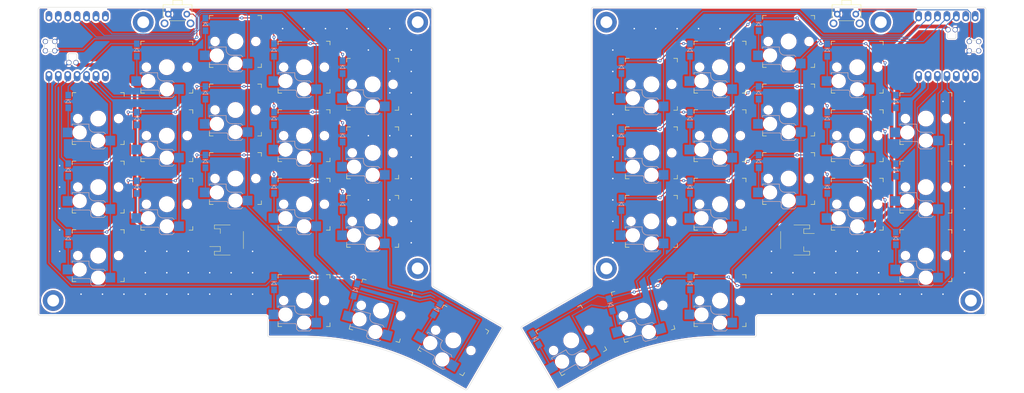
<source format=kicad_pcb>
(kicad_pcb (version 20221018) (generator pcbnew)
  (title_block (title "Karma Wireless Split Ergonomic Keyboard") (date "2023-04-08") (rev "0.2"))
  (layers (0 "F.Cu" signal) (31 "B.Cu" signal) (34 "B.Paste" user) (35 "F.Paste" user) (36 "B.SilkS" user "B.Silkscreen") (37 "F.SilkS" user "F.Silkscreen") (38 "B.Mask" user) (39 "F.Mask" user) (44 "Edge.Cuts" user))
  (net 0 "")
  (net 1 "ROW0_L")
  (net 2 "Net-(DL1-A)")
  (net 3 "Net-(DL2-A)")
  (net 4 "Net-(DL3-A)")
  (net 5 "Net-(DL4-A)")
  (net 6 "Net-(DL5-A)")
  (net 7 "ROW1_L")
  (net 8 "Net-(DL6-A)")
  (net 9 "Net-(DL7-A)")
  (net 10 "Net-(DL8-A)")
  (net 11 "Net-(DL9-A)")
  (net 12 "Net-(DL10-A)")
  (net 13 "ROW2_L")
  (net 14 "Net-(DL11-A)")
  (net 15 "Net-(DL12-A)")
  (net 16 "Net-(DL13-A)")
  (net 17 "Net-(DL14-A)")
  (net 18 "Net-(DL15-A)")
  (net 19 "ROW3_L")
  (net 20 "Net-(DL16-A)")
  (net 21 "Net-(DL17-A)")
  (net 22 "Net-(DL18-A)")
  (net 23 "ROW0_R")
  (net 24 "Net-(DR1-A)")
  (net 25 "Net-(DR2-A)")
  (net 26 "Net-(DR3-A)")
  (net 27 "Net-(DR4-A)")
  (net 28 "Net-(DR5-A)")
  (net 29 "ROW1_R")
  (net 30 "Net-(DR6-A)")
  (net 31 "Net-(DR7-A)")
  (net 32 "Net-(DR8-A)")
  (net 33 "Net-(DR9-A)")
  (net 34 "Net-(DR10-A)")
  (net 35 "ROW2_R")
  (net 36 "Net-(DR11-A)")
  (net 37 "Net-(DR12-A)")
  (net 38 "Net-(DR13-A)")
  (net 39 "Net-(DR14-A)")
  (net 40 "Net-(DR15-A)")
  (net 41 "ROW3_R")
  (net 42 "Net-(DR16-A)")
  (net 43 "Net-(DR17-A)")
  (net 44 "Net-(DR18-A)")
  (net 45 "VBAT_L")
  (net 46 "GND_L")
  (net 47 "VBAT_R")
  (net 48 "GND_R")
  (net 49 "RESET_L")
  (net 50 "RESET_R")
  (net 51 "COL0_L")
  (net 52 "COL1_L")
  (net 53 "COL2_L")
  (net 54 "COL3_L")
  (net 55 "COL4_L")
  (net 56 "COL4_R")
  (net 57 "COL3_R")
  (net 58 "COL2_R")
  (net 59 "COL1_R")
  (net 60 "COL0_R")
  (footprint "karmalib:Kailh_Socket_PG1350_Optional" (layer "F.Cu") (at 211.59375 46.25)
    (fp_text reference "SWR2")
    (fp_text value "SW_Push_45deg")
  )
  (footprint "MountingHole:MountingHole_3.2mm_M3_DIN965_Pad" (layer "F.Cu") (at 279.234375 109.265625)
    (fp_text reference "REF**" hide)
    (fp_text value "MountingHole_3.2mm_M3_DIN965_Pad")
  )
  (footprint "karmalib:Kailh_Socket_PG1350_Optional" (layer "F.Cu") (at 267.09375 78.625)
    (fp_text reference "SWR10")
    (fp_text value "SW_Push_45deg")
  )
  (footprint "karmalib:Kailh_Socket_PG1350_Optional" (layer "F.Cu") (at 117.9375 50.875)
    (fp_text reference "SWL5")
    (fp_text value "SW_Push_45deg")
  )
  (footprint "karmalib:Kailh_Socket_PG1350_Optional" (layer "F.Cu") (at 211.59375 64.75)
    (fp_text reference "SWR7")
    (fp_text value "SW_Push_45deg")
  )
  (footprint "MountingHole:MountingHole_3.2mm_M3_DIN965_Pad" (layer "F.Cu") (at 31.796875 109.265625)
    (fp_text reference "REF**" hide)
    (fp_text value "MountingHole_3.2mm_M3_DIN965_Pad")
  )
  (footprint "MountingHole:MountingHole_3.2mm_M3_DIN965_Pad" (layer "F.Cu") (at 180.953125 34.109375)
    (fp_text reference "REF**" hide)
    (fp_text value "MountingHole_3.2mm_M3_DIN965_Pad")
  )
  (footprint "karmalib:Kailh_Socket_PG1350_Optional" (layer "F.Cu") (at 80.9375 76.3125)
    (fp_text reference "SWL13")
    (fp_text value "SW_Push_45deg")
  )
  (footprint "karmalib:Kailh_Socket_PG1350_Optional" (layer "F.Cu") (at 211.59375 109.266)
    (fp_text reference "SWR18")
    (fp_text value "SW_Push_45deg")
  )
  (footprint "karmalib:Kailh_Socket_PG1350_Optional" (layer "F.Cu") (at 248.59375 46.25)
    (fp_text reference "SWR4")
    (fp_text value "SW_Push_45deg")
  )
  (footprint "MountingHole:MountingHole_3.2mm_M3_DIN965_Pad" (layer "F.Cu") (at 130.078125 100.59375)
    (fp_text reference "REF**" hide)
    (fp_text value "MountingHole_3.2mm_M3_DIN965_Pad")
  )
  (footprint "karmalib:Kailh_Socket_PG1350_Optional" (layer "F.Cu") (at 99.4375 64.75)
    (fp_text reference "SWL9")
    (fp_text value "SW_Push_45deg")
  )
  (footprint "karmalib:Kailh_Socket_PG1350_Optional" (layer "F.Cu") (at 193.09375 69.375)
    (fp_text reference "SWR6")
    (fp_text value "SW_Push_45deg")
  )
  (footprint "karmalib:Kailh_Socket_PG1350_Optional" (layer "F.Cu") (at 230.09375 76.3125)
    (fp_text reference "SWR13")
    (fp_text value "SW_Push_45deg")
  )
  (footprint "karmalib:Kailh_Socket_PG1350_Optional" (layer "F.Cu") (at 139.6805 120.001625 -30)
    (fp_text reference "SWL18")
    (fp_text value "SW_Push_45deg")
  )
  (footprint "karmalib:Kailh_Socket_PG1350_Optional" (layer "F.Cu") (at 248.59375 64.75)
    (fp_text reference "SWR9")
    (fp_text value "SW_Push_45deg")
  )
  (footprint "karmalib:Kailh_Socket_PG1350_Optional" (layer "F.Cu") (at 190.845625 111.9825 15)
    (fp_text reference "SWR17")
    (fp_text value "SW_Push_45deg")
  )
  (footprint "karmalib:Kailh_Socket_PG1350_Optional" (layer "F.Cu") (at 43.9375 60.125)
    (fp_text reference "SWL1")
    (fp_text value "SW_Push_45deg")
  )
  (footprint "karmalib:Kailh_Socket_PG1350_Optional" (layer "F.Cu") (at 120.1855 111.981625 -15)
    (fp_text reference "SWL17")
    (fp_text value "SW_Push_45deg")
  )
  (footprint "karmalib:Kailh_Socket_PG1350_Optional" (layer "F.Cu") (at 62.4375 64.75)
    (fp_text reference "SWL7")
    (fp_text value "SW_Push_45deg")
  )
  (footprint "karmalib:Kailh_Socket_PG1350_Optional" (layer "F.Cu") (at 117.9375 87.875)
    (fp_text reference "SWL15")
    (fp_text value "SW_Push_45deg")
  )
  (footprint "Connector_JST:JST_PH_S2B-PH-SM4-TB_1x02-1MP_P2.00mm_Horizontal" (layer "F.Cu") (at 78.584375 92.921875 90)
    (fp_text reference "J1" hide)
    (fp_text value "BAT")
  )
  (footprint "karmalib:Kailh_Socket_PG1350_Optional" (layer "F.Cu") (at 99.4375 46.25)
    (fp_text reference "SWL4")
    (fp_text value "SW_Push_45deg")
  )
  (footprint "karmalib:Kailh_Socket_PG1350_Optional" (layer "F.Cu") (at 99.4375 83.25)
    (fp_text reference "SWL14")
    (fp_text value "SW_Push_45deg")
  )
  (footprint "karmalib:Kailh_Socket_PG1350_Optional" (layer "F.Cu") (at 80.9375 57.8125)
    (fp_text reference "SWL8")
    (fp_text value "SW_Push_45deg")
  )
  (footprint "karmalib:Kailh_Socket_PG1350_Optional" (layer "F.Cu") (at 117.9375 69.375)
    (fp_text reference "SWL10")
    (fp_text value "SW_Push_45deg")
  )
  (footprint "karmalib:Kailh_Socket_PG1350_Optional" (layer "F.Cu") (at 211.59375 83.25)
    (fp_text reference "SWR12")
    (fp_text value "SW_Push_45deg")
  )
  (footprint "karmalib:Kailh_Socket_PG1350_Optional" (layer "F.Cu") (at 43.9375 97.125)
    (fp_text reference "SWL11")
    (fp_text value "SW_Push_45deg")
  )
  (footprint "karmalib:SKHLLCA010" (layer "F.Cu") (at 245.703125 33.17725)
    (fp_text reference "RSW2" hide)
    (fp_text value "SW_Push")
  )
  (footprint "karmalib:Kailh_Socket_PG1350_Optional" (layer "F.Cu") (at 80.9375 39.3125)
    (fp_text reference "SWL3")
    (fp_text value "SW_Push_45deg")
  )
  (footprint "karmalib:Kailh_Socket_PG1350_Optional" (layer "F.Cu") (at 43.9375 78.625)
    (fp_text reference "SWL6")
    (fp_text value "SW_Push_45deg")
  )
  (footprint "karmalib:Kailh_Socket_PG1350_Optional" (layer "F.Cu") (at 230.09375 57.8125)
    (fp_text reference "SWR8")
    (fp_text value "SW_Push_45deg")
  )
  (footprint "karmalib:SKHLLCA010" (layer "F.Cu") (at 65.328125 33.176875)
    (fp_text reference "RSW1" hide)
    (fp_text value "SW_Push")
  )
  (footprint "karmalib:Kailh_Socket_PG1350_Optional" (layer "F.Cu") (at 267.09375 60.125)
    (fp_text reference "SWR5")
    (fp_text value "SW_Push_45deg")
  )
  (footprint "MountingHole:MountingHole_3.2mm_M3_DIN965_Pad" (layer "F.Cu") (at 254.953125 34.109375)
    (fp_text reference "REF**" hide)
    (fp_text value "MountingHole_3.2mm_M3_DIN965_Pad")
  )
  (footprint "Connector_JST:JST_PH_S2B-PH-SM4-TB_1x02-1MP_P2.00mm_Horizontal" (layer "F.Cu") (at 232.446875 92.921875 -90)
    (fp_text reference "J2" hide)
    (fp_text value "BAT")
  )
  (footprint "karmalib:XIAO_nRF52840_SMD_Cutout" (layer "F.Cu") (at 38.260625 40.573125 90)
    (fp_text reference "U1" hide)
    (fp_text value "xiao-ble" hide)
    (fp_line (start -4.699 -0.7488) (end -4.699 -1.7902) (stroke (width 0.12)) (layer "Edge.Cuts"))
    (fp_line (start -4.0132 -2.476) (end -2.413 -2.476) (stroke (width 0.12)) (layer "Edge.Cuts"))
    (fp_line (start -2.413 -0.063) (end -4.0132 -0.063) (stroke (width 0.12)) (layer "Edge.Cuts"))
    (fp_line (start -2.032 -2.095) (end -2.032 -0.444) (stroke (width 0.12)) (layer "Edge.Cuts"))
    (fp_line (start -1.524 -6.4638) (end -1.524 -8.1402) (stroke (width 0.12)) (layer "Edge.Cuts"))
    (fp_line (start -0.8382 -8.826) (end 0.8382 -8.826) (stroke (width 0.12)) (layer "Edge.Cuts"))
    (fp_line (start -0.8382 -5.778) (end 0.8382 -5.778) (stroke (width 0.12)) (layer "Edge.Cuts"))
    (fp_line (start 1.524 -6.4638) (end 1.524 -8.1402) (stroke (width 0.12)) (layer "Edge.Cuts"))
    (fp_arc (start -4.699 -0.7488) (mid -4.095391 -0.666609) (end -4.0132 -0.063) (stroke (width 0.12)) (layer "Edge.Cuts"))
    (fp_arc (start -4.0132 -2.476) (mid -4.095391 -1.872391) (end -4.699 -1.7902) (stroke (width 0.12)) (layer "Edge.Cuts"))
    (fp_arc (start -2.413 -2.476) (mid -2.143592 -2.364408) (end -2.032 -2.095) (stroke (width 0.12)) (layer "Edge.Cuts"))
    (fp_arc (start -2.032 -0.444) (mid -2.143592 -0.174592) (end -2.413 -0.063) (stroke (width 0.12)) (layer "Edge.Cuts"))
    (fp_arc (start -1.524 -6.4638) (mid -0.920391 -6.381609) (end -0.8382 -5.778) (stroke (width 0.12)) (layer "Edge.Cuts"))
    (fp_arc (start -0.8382 -8.826) (mid -0.920391 -8.222391) (end -1.524 -8.1402) (stroke (width 0.12)) (layer "Edge.Cuts"))
    (fp_arc (start 0.8382 -5.778) (mid 0.920391 -6.381609) (end 1.524 -6.4638) (stroke (width 0.12)) (layer "Edge.Cuts"))
    (fp_arc (start 1.524 -8.1402) (mid 0.920393 -8.222393) (end 0.8382 -8.826) (stroke (width 0.12)) (layer "Edge.Cuts"))
  )
  (footprint "MountingHole:MountingHole_3.2mm_M3_DIN965_Pad" (layer "F.Cu") (at 180.953125 100.59375)
    (fp_text reference "REF**" hide)
    (fp_text value "MountingHole_3.2mm_M3_DIN965_Pad")
  )
  (footprint "MountingHole:MountingHole_3.2mm_M3_DIN965_Pad" (layer "F.Cu") (at 130.078125 34.109375)
    (fp_text reference "REF**" hide)
    (fp_text value "MountingHole_3.2mm_M3_DIN965_Pad")
  )
  (footprint "karmalib:XIAO_nRF52840_SMD_Cutout" (layer "F.Cu") (at 272.77025 40.5735 -90)
    (fp_text reference "U2" hide)
    (fp_text value "xiao-ble" hide)
    (fp_line (start -4.699 -0.7488) (end -4.699 -1.7902) (stroke (width 0.12)) (layer "Edge.Cuts"))
    (fp_line (start -4.0132 -2.476) (end -2.413 -2.476) (stroke (width 0.12)) (layer "Edge.Cuts"))
    (fp_line (start -2.413 -0.063) (end -4.0132 -0.063) (stroke (width 0.12)) (layer "Edge.Cuts"))
    (fp_line (start -2.032 -2.095) (end -2.032 -0.444) (stroke (width 0.12)) (layer "Edge.Cuts"))
    (fp_line (start -1.524 -6.4638) (end -1.524 -8.1402) (stroke (width 0.12)) (layer "Edge.Cuts"))
    (fp_line (start -0.8382 -8.826) (end 0.8382 -8.826) (stroke (width 0.12)) (layer "Edge.Cuts"))
    (fp_line (start -0.8382 -5.778) (end 0.8382 -5.778) (stroke (width 0.12)) (layer "Edge.Cuts"))
    (fp_line (start 1.524 -6.4638) (end 1.524 -8.1402) (stroke (width 0.12)) (layer "Edge.Cuts"))
    (fp_arc (start -4.699 -0.7488) (mid -4.095391 -0.666609) (end -4.0132 -0.063) (stroke (width 0.12)) (layer "Edge.Cuts"))
    (fp_arc (start -4.0132 -2.476) (mid -4.095391 -1.872391) (end -4.699 -1.7902) (stroke (width 0.12)) (layer "Edge.Cuts"))
    (fp_arc (start -2.413 -2.476) (mid -2.143592 -2.364408) (end -2.032 -2.095) (stroke (width 0.12)) (layer "Edge.Cuts"))
    (fp_arc (start -2.032 -0.444) (mid -2.143592 -0.174592) (end -2.413 -0.063) (stroke (width 0.12)) (layer "Edge.Cuts"))
    (fp_arc (start -1.524 -6.4638) (mid -0.920391 -6.381609) (end -0.8382 -5.778) (stroke (width 0.12)) (layer "Edge.Cuts"))
    (fp_arc (start -0.8382 -8.826) (mid -0.920391 -8.222391) (end -1.524 -8.1402) (stroke (width 0.12)) (layer "Edge.Cuts"))
    (fp_arc (start 0.8382 -5.778) (mid 0.920391 -6.381609) (end 1.524 -6.4638) (stroke (width 0.12)) (layer "Edge.Cuts"))
    (fp_arc (start 1.524 -8.1402) (mid 0.920393 -8.222393) (end 0.8382 -8.826) (stroke (width 0.12)) (layer "Edge.Cuts"))
  )
  (footprint "karmalib:Kailh_Socket_PG1350_Optional" (layer "F.Cu") (at 193.09375 87.875)
    (fp_text reference "SWR11")
    (fp_text value "SW_Push_45deg")
  )
  (footprint "MountingHole:MountingHole_3.2mm_M3_DIN965_Pad" (layer "F.Cu") (at 56.078125 34.109375)
    (fp_text reference "REF**" hide)
    (fp_text value "MountingHole_3.2mm_M3_DIN965_Pad")
  )
  (footprint "karmalib:Kailh_Socket_PG1350_Optional" (layer "F.Cu") (at 62.4375 83.25)
    (fp_text reference "SWL12")
    (fp_text value "SW_Push_45deg")
  )
  (footprint "karmalib:Kailh_Socket_PG1350_Optional" (layer "F.Cu") (at 248.59375 83.25)
    (fp_text reference "SWR14")
    (fp_text value "SW_Push_45deg")
  )
  (footprint "karmalib:Kailh_Socket_PG1350_Optional" (layer "F.Cu") (at 267.09375 97.125)
    (fp_text reference "SWR15")
    (fp_text value "SW_Push_45deg")
  )
  (footprint "karmalib:Kailh_Socket_PG1350_Optional" (layer "F.Cu") (at 171.475625 120.0025 30)
    (fp_text reference "SWR16")
    (fp_text value "SW_Push_45deg")
  )
  (footprint "karmalib:Kailh_Socket_PG1350_Optional" (layer "F.Cu") (at 62.4375 46.25)
    (fp_text reference "SWL2")
    (fp_text value "SW_Push_45deg")
  )
  (footprint "karmalib:Kailh_Socket_PG1350_Optional" (layer "F.Cu") (at 230.09375 39.312)
    (fp_text reference "SWR3")
    (fp_text value "SW_Push_45deg")
  )
  (footprint "karmalib:Kailh_Socket_PG1350_Optional" (layer "F.Cu") (at 193.09375 50.875)
    (fp_text reference "SWR1")
    (fp_text value "SW_Push_45deg")
  )
  (footprint "karmalib:Kailh_Socket_PG1350_Optional" (layer "F.Cu") (at 99.4375 109.265625)
    (fp_text reference "SWL16")
    (fp_text value "SW_Push_45deg")
  )
  (footprint "karmalib:Diode_SOD123" (layer "B.Cu") (at 135.28125 111.578125 -120)
    (fp_text reference "DL18" hide)
    (fp_text value "D_Small" hide)
  )
  (footprint "karmalib:Diode_SOD123" (layer "B.Cu") (at 259 74 -90)
    (fp_text reference "DR10" hide)
    (fp_text value "D_Small" hide)
  )
  (footprint "karmalib:Diode_SOD123" (layer "B.Cu") (at 222 53.1875 -90)
    (fp_text reference "DR8" hide)
    (fp_text value "D_Small" hide)
  )
  (footprint "karmalib:Diode_SOD123" (layer "B.Cu") (at 72.84375 71.6875 -90)
    (fp_text reference "DL13" hide)
    (fp_text value "D_Small" hide)
  )
  (footprint "karmalib:Diode_SOD123" (layer "B.Cu") (at 72.84375 34.6875 -90)
    (fp_text reference "DL3" hide)
    (fp_text value "D_Small" hide)
  )
  (footprint "karmalib:Diode_SOD123" (layer "B.Cu") (at 54.34375 41.625 -90)
    (fp_text reference "DL2" hide)
    (fp_text value "D_Small" hide)
  )
  (footprint "karmalib:Diode_SOD123" (layer "B.Cu") (at 222 34.6875 -90)
    (fp_text reference "DR3" hide)
    (fp_text value "D_Small" hide)
  )
  (footprint "karmalib:Diode_SOD123" (layer "B.Cu") (at 240.5 60.125 -90)
    (fp_text reference "DR9" hide)
    (fp_text value "D_Small" hide)
  )
  (footprint "karmalib:Diode_SOD123" (layer "B.Cu") (at 91.34375 60.125 -90)
    (fp_text reference "DL9" hide)
    (fp_text value "D_Small" hide)
  )
  (footprint "karmalib:Diode_SOD123" (layer "B.Cu") (at 240.5 41.625 -90)
    (fp_text reference "DR4" hide)
    (fp_text value "D_Small" hide)
  )
  (footprint "karmalib:Diode_SOD123" (layer "B.Cu") (at 259 92.5 -90)
    (fp_text reference "DR15" hide)
    (fp_text value "D_Small" hide)
  )
  (footprint "karmalib:Diode_SOD123" (layer "B.Cu") (at 109.84375 46.25 -90)
    (fp_text reference "DL5" hide)
    (fp_text value "D_Small" hide)
  )
  (footprint "karmalib:Diode_SOD123" (layer "B.Cu") (at 35.84375 92.5 -90)
    (fp_text reference "DL11" hide)
    (fp_text value "D_Small" hide)
  )
  (footprint "karmalib:Diode_SOD123" (layer "B.Cu") (at 185 64.75 -90)
    (fp_text reference "DR6" hide)
    (fp_text value "D_Small" hide)
  )
  (footprint "karmalib:Diode_SOD123" (layer "B.Cu") (at 185 83.25 -90)
    (fp_text reference "DR11" hide)
    (fp_text value "D_Small" hide)
  )
  (footprint "karmalib:Diode_SOD123" (layer "B.Cu") (at 259 55.5 -90)
    (fp_text reference "DR5" hide)
    (fp_text value "D_Small" hide)
  )
  (footprint "karmalib:Diode_SOD123" (layer "B.Cu") (at 161.875 119.671875 -60)
    (fp_text reference "DR16" hide)
    (fp_text value "D_Small" hide)
  )
  (footprint "karmalib:Diode_SOD123" (layer "B.Cu") (at 113.3125 106.375 -105)
    (fp_text reference "DL17" hide)
    (fp_text value "D_Small" hide)
  )
  (footprint "karmalib:Diode_SOD123" (layer "B.Cu") (at 91.34375 78.625 -90)
    (fp_text reference "DL14" hide)
    (fp_text value "D_Small" hide)
  )
  (footprint "karmalib:Diode_SOD123" (layer "B.Cu") (at 203.5 104.640625 -90)
    (fp_text reference "DR18" hide)
    (fp_text value "D_Small" hide)
  )
  (footprint "karmalib:Diode_SOD123" (layer "B.Cu") (at 222 71.6875 -90)
    (fp_text reference "DR13" hide)
    (fp_text value "D_Small" hide)
  )
  (footprint "karmalib:Diode_SOD123" (layer "B.Cu") (at 35.84375 55.5 -90)
    (fp_text reference "DL1" hide)
    (fp_text value "D_Small" hide)
  )
  (footprint "karmalib:Diode_SOD123" (layer "B.Cu") (at 203.5 78.625 -90)
    (fp_text reference "DR12" hide)
    (fp_text value "D_Small" hide)
  )
  (footprint "karmalib:Diode_SOD123" (layer "B.Cu") (at 203.5 41.625 -90)
    (fp_text reference "DR2" hide)
    (fp_text value "D_Small" hide)
  )
  (footprint "karmalib:Diode_SOD123" (layer "B.Cu") (at 109.84375 83.25 -90)
    (fp_text reference "DL15" hide)
    (fp_text value "D_Small" hide)
  )
  (footprint "karmalib:Diode_SOD123" (layer "B.Cu") (at 182.109375 110.421875 -75)
    (fp_text reference "DR17" hide)
    (fp_text value "D_Small" hide)
  )
  (footprint "karmalib:Diode_SOD123" (layer "B.Cu") (at 240.5 78.625 -90)
    (fp_text reference "DR14" hide)
    (fp_text value "D_Small" hide)
  )
  (footprint "karmalib:Diode_SOD123" (layer "B.Cu") (at 35.84375 74 -90)
    (fp_text reference "DL6" hide)
    (fp_text value "D_Small" hide)
  )
  (footprint "karmalib:Diode_SOD123" (layer "B.Cu") (at 91.34375 41.625 -90)
    (fp_text reference "DL4" hide)
    (fp_text value "D_Small" hide)
  )
  (footprint "karmalib:Diode_SOD123" (layer "B.Cu") (at 54.34375 60.125 -90)
    (fp_text reference "DL7" hide)
    (fp_text value "D_Small" hide)
  )
  (footprint "karmalib:Diode_SOD123" (layer "B.Cu") (at 109.84375 64.75 -90)
    (fp_text reference "DL10" hide)
    (fp_text value "D_Small" hide)
  )
  (footprint "karmalib:Diode_SOD123" (layer "B.Cu") (at 185 46.25 -90)
    (fp_text reference "DR1" hide)
    (fp_text value "D_Small" hide)
  )
  (footprint "karmalib:Diode_SOD123" (layer "B.Cu") (at 203.5 60.125 -90)
    (fp_text reference "DR7" hide)
    (fp_text value "D_Small" hide)
  )
  (footprint "karmalib:Diode_SOD123" (layer "B.Cu") (at 54.34375 78.625 -90)
    (fp_text reference "DL12" hide)
    (fp_text value "D_Small" hide)
  )
  (footprint "karmalib:Diode_SOD123" (layer "B.Cu") (at 91.34375 104.640625 -90)
    (fp_text reference "DL16" hide)
    (fp_text value "D_Small" hide)
  )
  (footprint "karmalib:Diode_SOD123" (layer "B.Cu") (at 72.84375 53.1875 -90)
    (fp_text reference "DL8" hide)
    (fp_text value "D_Small" hide)
  )
  (gr_arc (start 168.186046 133.31423) (mid 167.808424 133.363484) (end 167.505625 133.1325) (stroke (width 0.1)) (layer "Edge.Cuts"))
  (gr_curve (pts (xy 211.599293 119.092759) (xy 205.319293 119.267677) (xy 201.342961 119.564009) (xy 192.776139 121.7425)) (stroke (width 0.1)) (layer "Edge.Cuts"))
  (gr_arc (start 282.78125 30.0625) (mid 283.134803 30.208947) (end 283.28125 30.5625) (stroke (width 0.1)) (layer "Edge.Cuts"))
  (gr_arc (start 221.421875 118.592759) (mid 221.275501 118.946192) (end 220.922134 119.092759) (stroke (width 0.1)) (layer "Edge.Cuts"))
  (gr_line (start 282.78125 113.3125) (end 221.9275 113.3125) (stroke (width 0.1)) (layer "Edge.Cuts"))
  (gr_line (start 28.25 113.3125) (end 89.10375 113.3125) (stroke (width 0.1)) (layer "Edge.Cuts"))
  (gr_arc (start 143.525625 133.1325) (mid 143.222842 133.363501) (end 142.845204 133.31423) (stroke (width 0.1)) (layer "Edge.Cuts"))
  (gr_arc (start 152.830068 116.201376) (mid 153.063531 116.50617) (end 153.012102 116.886665) (stroke (width 0.1)) (layer "Edge.Cuts"))
  (gr_arc (start 133.625 30.0625) (mid 133.978553 30.208947) (end 134.125 30.5625) (stroke (width 0.1)) (layer "Edge.Cuts"))
  (gr_line (start 27.75 30.5625) (end 27.75 112.8125) (stroke (width 0.1)) (layer "Edge.Cuts"))
  (gr_curve (pts (xy 192.776139 121.7425) (xy 185.354014 123.766332) (xy 180.614014 126.186332) (xy 176.575546 128.521135)) (stroke (width 0.1)) (layer "Edge.Cuts"))
  (gr_line (start 167.505625 133.1325) (end 158.019148 116.886665) (stroke (width 0.1)) (layer "Edge.Cuts"))
  (gr_arc (start 176.90625 30.5625) (mid 177.052697 30.208947) (end 177.40625 30.0625) (stroke (width 0.1)) (layer "Edge.Cuts"))
  (gr_curve (pts (xy 118.255111 121.7425) (xy 125.677236 123.766332) (xy 130.417236 126.186332) (xy 134.455704 128.521135)) (stroke (width 0.1)) (layer "Edge.Cuts"))
  (gr_line (start 89.609375 113.8125) (end 89.609375 118.592759) (stroke (width 0.1)) (layer "Edge.Cuts"))
  (gr_line (start 176.90625 30.5625) (end 176.90625 105.09409) (stroke (width 0.1)) (layer "Edge.Cuts"))
  (gr_line (start 134.455704 128.521135) (end 142.845204 133.31423) (stroke (width 0.1)) (layer "Edge.Cuts"))
  (gr_arc (start 27.75 30.5625) (mid 27.896447 30.208947) (end 28.25 30.0625) (stroke (width 0.1)) (layer "Edge.Cuts"))
  (gr_line (start 90.109116 119.092759) (end 99.431957 119.092759) (stroke (width 0.1)) (layer "Edge.Cuts"))
  (gr_line (start 152.824525 116.201376) (end 134.372504 105.522121) (stroke (width 0.1)) (layer "Edge.Cuts"))
  (gr_line (start 282.78125 30.0625) (end 177.40625 30.0625) (stroke (width 0.1)) (layer "Edge.Cuts"))
  (gr_curve (pts (xy 99.431957 119.092759) (xy 105.711957 119.267677) (xy 109.688289 119.564009) (xy 118.255111 121.7425)) (stroke (width 0.1)) (layer "Edge.Cuts"))
  (gr_line (start 221.421875 113.8125) (end 221.421875 118.592759) (stroke (width 0.1)) (layer "Edge.Cuts"))
  (gr_arc (start 89.109375 113.3125) (mid 89.462928 113.458947) (end 89.609375 113.8125) (stroke (width 0.1)) (layer "Edge.Cuts"))
  (gr_arc (start 283.28125 112.8125) (mid 283.134803 113.166053) (end 282.78125 113.3125) (stroke (width 0.1)) (layer "Edge.Cuts"))
  (gr_arc (start 134.372504 105.522121) (mid 134.191768 105.341158) (end 134.125625 105.0941) (stroke (width 0.1)) (layer "Edge.Cuts"))
  (gr_arc (start 221.421875 113.8125) (mid 221.568323 113.458955) (end 221.921875 113.3125) (stroke (width 0.1)) (layer "Edge.Cuts"))
  (gr_line (start 158.206725 116.201376) (end 176.658746 105.522121) (stroke (width 0.1)) (layer "Edge.Cuts"))
  (gr_line (start 134.125 30.5625) (end 134.125 105.09409) (stroke (width 0.1)) (layer "Edge.Cuts"))
  (gr_line (start 28.25 30.0625) (end 133.625 30.0625) (stroke (width 0.1)) (layer "Edge.Cuts"))
  (gr_arc (start 90.109116 119.092759) (mid 89.75573 118.946221) (end 89.609375 118.592759) (stroke (width 0.1)) (layer "Edge.Cuts"))
  (gr_line (start 176.575546 128.521135) (end 168.186046 133.31423) (stroke (width 0.1)) (layer "Edge.Cuts"))
  (gr_arc (start 158.019148 116.886665) (mid 157.96774 116.506197) (end 158.201182 116.201376) (stroke (width 0.1)) (layer "Edge.Cuts"))
  (gr_arc (start 176.905625 105.0941) (mid 176.839481 105.341158) (end 176.658746 105.522121) (stroke (width 0.1)) (layer "Edge.Cuts"))
  (gr_arc (start 28.25 113.3125) (mid 27.896447 113.166053) (end 27.75 112.8125) (stroke (width 0.1)) (layer "Edge.Cuts"))
  (gr_line (start 143.525625 133.1325) (end 153.012102 116.886665) (stroke (width 0.1)) (layer "Edge.Cuts"))
  (gr_line (start 220.922134 119.092759) (end 211.599293 119.092759) (stroke (width 0.1)) (layer "Edge.Cuts"))
  (gr_line (start 283.28125 30.5625) (end 283.28125 112.8125) (stroke (width 0.1)) (layer "Edge.Cuts"))
  (segment (start 91.34375 37.578125) (end 91.34375 38.15625) (width 0.25) (layer "F.Cu") (net 1))
  (segment (start 86.71875 32.953125) (end 91.34375 37.578125) (width 0.25) (layer "F.Cu") (net 1))
  (segment (start 82.671875 32.953125) (end 86.71875 32.953125) (width 0.25) (layer "F.Cu") (net 1))
  (segment (start 106.953125 39.890625) (end 109.84375 42.78125) (width 0.25) (layer "F.Cu") (net 1))
  (segment (start 101.171875 39.890625) (end 106.953125 39.890625) (width 0.25) (layer "F.Cu") (net 1))
  (via (at 109.84375 42.78125) (size 0.8) (drill 0.4) (layers "F.Cu" "B.Cu") (net 1))
  (via (at 101.171875 39.890625) (size 0.8) (drill 0.4) (layers "F.Cu" "B.Cu") (net 1))
  (via (at 82.671875 32.953125) (size 0.8) (drill 0.4) (layers "F.Cu" "B.Cu") (net 1))
  (via (at 91.34375 38.15625) (size 0.8) (drill 0.4) (layers "F.Cu" "B.Cu") (net 1))
  (segment (start 35.84375 51.453125) (end 35.84375 53.8) (width 0.25) (layer "B.Cu") (net 1))
  (segment (start 54.34375 39.925) (end 47.336338 39.925) (width 0.25) (layer "B.Cu") (net 1))
  (segment (start 38.260625 48.193125) (end 38.260625 49.03625) (width 0.25) (layer "B.Cu") (net 1))
  (segment (start 101.1375 39.925) (end 101.171875 39.890625) (width 0.25) (layer "B.Cu") (net 1))
  (segment (start 47.336338 39.925) (end 39.068213 48.193125) (width 0.25) (layer "B.Cu") (net 1))
  (segment (start 71.6875 38.15625) (end 69.91875 39.925) (width 0.25) (layer "B.Cu") (net 1))
  (segment (start 71.6875 34.14375) (end 71.6875 38.15625) (width 0.25) (layer "B.Cu") (net 1))
  (segment (start 72.84375 32.9875) (end 82.6375 32.9875) (width 0.25) (layer "B.Cu") (net 1))
  (segment (start 91.34375 39.925) (end 101.1375 39.925) (width 0.25) (layer "B.Cu") (net 1))
  (segment (start 72.84375 32.9875) (end 71.6875 34.14375) (width 0.25) (layer "B.Cu") (net 1))
  (segment (start 69.91875 39.925) (end 54.34375 39.925) (width 0.25) (layer "B.Cu") (net 1))
  (segment (start 82.6375 32.9875) (end 82.671875 32.953125) (width 0.25) (layer "B.Cu") (net 1))
  (segment (start 91.34375 38.15625) (end 91.34375 39.925) (width 0.25) (layer "B.Cu") (net 1))
  (segment (start 38.260625 49.03625) (end 35.84375 51.453125) (width 0.25) (layer "B.Cu") (net 1))
  (segment (start 109.84375 42.78125) (end 109.84375 44.55) (width 0.25) (layer "B.Cu") (net 1))
  (segment (start 39.068213 48.193125) (end 38.260625 48.193125) (width 0.25) (layer "B.Cu") (net 1))
  (segment (start 35.84375 57.2) (end 35.84375 63.69375) (width 0.25) (layer "B.Cu") (net 2))
  (segment (start 35.84375 63.69375) (end 35.6625 63.875) (width 0.25) (layer "B.Cu") (net 2))
  (segment (start 54.34375 49.81875) (end 54.1625 50) (width 0.25) (layer "B.Cu") (net 3))
  (segment (start 54.34375 43.325) (end 54.34375 49.81875) (width 0.25) (layer "B.Cu") (net 3))
  (segment (start 72.84375 42.88125) (end 72.6625 43.0625) (width 0.25) (layer "B.Cu") (net 4))
  (segment (start 72.84375 36.3875) (end 72.84375 42.88125) (width 0.25) (layer "B.Cu") (net 4))
  (segment (start 91.34375 49.81875) (end 91.1625 50) (width 0.25) (layer "B.Cu") (net 5))
  (segment (start 91.34375 43.325) (end 91.34375 49.81875) (width 0.25) (layer "B.Cu") (net 5))
  (segment (start 109.84375 47.95) (end 109.84375 54.44375) (width 0.25) (layer "B.Cu") (net 6))
  (segment (start 109.84375 54.44375) (end 109.6625 54.625) (width 0.25) (layer "B.Cu") (net 6))
  (segment (start 52.03125 66.484375) (end 52.03125 58.390625) (width 0.25) (layer "F.Cu") (net 7))
  (segment (start 106.953125 58.390625) (end 109.84375 61.28125) (width 0.25) (layer "F.Cu") (net 7))
  (segment (start 46.25 72.265625) (end 52.03125 66.484375) (width 0.25) (layer "F.Cu") (net 7))
  (segment (start 70.53125 52.609375) (end 70.53125 51.453125) (width 0.25) (layer "F.Cu") (net 7))
  (segment (start 91.34375 56.078125) (end 91.34375 56.65625) (width 0.25) (layer "F.Cu") (net 7))
  (segment (start 64.75 58.390625) (end 70.53125 52.609375) (width 0.25) (layer "F.Cu") (net 7))
  (segment (start 83.25 51.453125) (end 86.71875 51.453125) (width 0.25) (layer "F.Cu") (net 7))
  (segment (start 101.75 58.390625) (end 106.953125 58.390625) (width 0.25) (layer "F.Cu") (net 7))
  (segment (start 86.71875 51.453125) (end 91.34375 56.078125) (width 0.25) (layer "F.Cu") (net 7))
  (via (at 64.75 58.390625) (size 0.8) (drill 0.4) (layers "F.Cu" "B.Cu") (net 7))
  (via (at 52.03125 58.390625) (size 0.8) (drill 0.4) (layers "F.Cu" "B.Cu") (net 7))
  (via (at 70.53125 51.453125) (size 0.8) (drill 0.4) (layers "F.Cu" "B.Cu") (net 7))
  (via (at 46.25 72.265625) (size 0.8) (drill 0.4) (layers "F.Cu" "B.Cu") (net 7))
  (via (at 101.75 58.390625) (size 0.8) (drill 0.4) (layers "F.Cu" "B.Cu") (net 7))
  (via (at 83.25 51.453125) (size 0.8) (drill 0.4) (layers "F.Cu" "B.Cu") (net 7))
  (via (at 109.84375 61.28125) (size 0.8) (drill 0.4) (layers "F.Cu" "B.Cu") (net 7))
  (via (at 91.34375 56.65625) (size 0.8) (drill 0.4) (layers "F.Cu" "B.Cu") (net 7))
  (segment (start 72.809375 51.453125) (end 72.84375 51.4875) (width 0.25) (layer "B.Cu") (net 7))
  (segment (start 35.720625 49.77) (end 34.0375 51.453125) (width 0.25) (layer "B.Cu") (net 7))
  (segment (start 72.84375 51.4875) (end 83.215625 51.4875) (width 0.25) (layer "B.Cu") (net 7))
  (segment (start 83.215625 51.4875) (end 83.25 51.453125) (width 0.25) (layer "B.Cu") (net 7))
  (segment (start 35.84375 72.3) (end 46.215625 72.3) (width 0.25) (layer "B.Cu") (net 7))
  (segment (start 91.34375 56.65625) (end 91.34375 58.425) (width 0.25) (layer "B.Cu") (net 7))
  (segment (start 70.53125 51.453125) (end 72.809375 51.453125) (width 0.25) (layer "B.Cu") (net 7))
  (segment (start 109.84375 61.28125) (end 109.84375 63.05) (width 0.25) (layer "B.Cu") (net 7))
  (segment (start 64.715625 58.425) (end 64.75 58.390625) (width 0.25) (layer "B.Cu") (net 7))
  (segment (start 52.03125 58.390625) (end 54.309375 58.390625) (width 0.25) (layer "B.Cu") (net 7))
  (segment (start 35.84375 72.3) (end 34.0375 70.49375) (width 0.25) (layer "B.Cu") (net 7))
  (segment (start 35.720625 48.193125) (end 35.720625 49.77) (width 0.25) (layer "B.Cu") (net 7))
  (segment (start 54.34375 58.425) (end 64.715625 58.425) (width 0.25) (layer "B.Cu") (net 7))
  (segment (start 91.34375 58.425) (end 101.715625 58.425) (width 0.25) (layer "B.Cu") (net 7))
  (segment (start 54.309375 58.390625) (end 54.34375 58.425) (width 0.25) (layer "B.Cu") (net 7))
  (segment (start 34.0375 70.49375) (end 34.0375 51.453125) (width 0.25) (layer "B.Cu") (net 7))
  (segment (start 46.215625 72.3) (end 46.25 72.265625) (width 0.25) (layer "B.Cu") (net 7))
  (segment (start 101.715625 58.425) (end 101.75 58.390625) (width 0.25) (layer "B.Cu") (net 7))
  (segment (start 35.84375 75.7) (end 35.84375 82.19375) (width 0.25) (layer "B.Cu") (net 8))
  (segment (start 35.84375 82.19375) (end 35.6625 82.375) (width 0.25) (layer "B.Cu") (net 8))
  (segment (start 54.34375 61.825) (end 54.34375 68.31875) (width 0.25) (layer "B.Cu") (net 9))
  (segment (start 54.34375 68.31875) (end 54.1625 68.5) (width 0.25) (layer "B.Cu") (net 9))
  (segment (start 72.84375 61.38125) (end 72.6625 61.5625) (width 0.25) (layer "B.Cu") (net 10))
  (segment (start 72.84375 54.8875) (end 72.84375 61.38125) (width 0.25) (layer "B.Cu") (net 10))
  (segment (start 91.34375 61.825) (end 91.34375 68.31875) (width 0.25) (layer "B.Cu") (net 11))
  (segment (start 91.34375 68.31875) (end 91.1625 68.5) (width 0.25) (layer "B.Cu") (net 11))
  (segment (start 109.84375 72.94375) (end 109.6625 73.125) (width 0.25) (layer "B.Cu") (net 12))
  (segment (start 109.84375 66.45) (end 109.84375 72.94375) (width 0.25) (layer "B.Cu") (net 12))
  (segment (start 83.25 69.953125) (end 86.71875 69.953125) (width 0.25) (layer "F.Cu") (net 13))
  (segment (start 52.03125 84.984375) (end 52.03125 76.890625) (width 0.25) (layer "F.Cu") (net 13))
  (segment (start 91.34375 74.578125) (end 91.34375 75.15625) (width 0.25) (layer "F.Cu") (net 13))
  (segment (start 86.71875 69.953125) (end 91.34375 74.578125) (width 0.25) (layer "F.Cu") (net 13))
  (segment (start 106.953125 76.890625) (end 109.84375 79.78125) (width 0.25) (layer "F.Cu") (net 13))
  (segment (start 64.75 76.890625) (end 70.53125 71.109375) (width 0.25) (layer "F.Cu") (net 13))
  (segment (start 46.25 90.765625) (end 52.03125 84.984375) (width 0.25) (layer "F.Cu") (net 13))
  (segment (start 70.53125 71.109375) (end 70.53125 69.953125) (width 0.25) (layer "F.Cu") (net 13))
  (segment (start 101.75 76.890625) (end 106.953125 76.890625) (width 0.25) (layer "F.Cu") (net 13))
  (via (at 101.75 76.890625) (size 0.8) (drill 0.4) (layers "F.Cu" "B.Cu") (net 13))
  (via (at 109.84375 79.78125) (size 0.8) (drill 0.4) (layers "F.Cu" "B.Cu") (net 13))
  (via (at 83.25 69.953125) (size 0.8) (drill 0.4) (layers "F.Cu" "B.Cu") (net 13))
  (via (at 52.03125 76.890625) (size 0.8) (drill 0.4) (layers "F.Cu" "B.Cu") (net 13))
  (via (at 46.25 90.765625) (size 0.8) (drill 0.4) (layers "F.Cu" "B.Cu") (net 13))
  (via (at 91.34375 75.15625) (size 0.8) (drill 0.4) (layers "F.Cu" "B.Cu") (net 13))
  (via (at 70.53125 69.953125) (size 0.8) (drill 0.4) (layers "F.Cu" "B.Cu") (net 13))
  (via (at 64.75 76.890625) (size 0.8) (drill 0.4) (layers "F.Cu" "B.Cu") (net 13))
  (segment (start 32.375 87.33125) (end 32.375 51.453125) (width 0.25) (layer "B.Cu") (net 13))
  (segment (start 91.34375 76.925) (end 101.715625 76.925) (width 0.25) (layer "B.Cu") (net 13))
  (segment (start 52.03125 76.890625) (end 54.309375 76.890625) (width 0.25) (layer "B.Cu") (net 13))
  (segment (start 54.34375 76.925) (end 64.715625 76.925) (width 0.25) (layer "B.Cu") (net 13))
  (segment (start 35.84375 90.8) (end 46.215625 90.8) (width 0.25) (layer "B.Cu") (net 13))
  (segment (start 54.309375 76.890625) (end 54.34375 76.925) (width 0.25) (layer "B.Cu") (net 13))
  (segment (start 83.215625 69.9875) (end 83.25 69.953125) (width 0.25) (layer "B.Cu") (net 13))
  (segment (start 33.180625 48.193125) (end 33.180625 50.6475) (width 0.25) (layer "B.Cu") (net 13))
  (segment (start 46.215625 90.8) (end 46.25 90.765625) (width 0.25) (layer "B.Cu") (net 13))
  (segment (start 64.715625 76.925) (end 64.75 76.890625) (width 0.25) (layer "B.Cu") (net 13))
  (segment (start 91.34375 75.15625) (end 91.34375 76.925) (width 0.25) (layer "B.Cu") (net 13))
  (segment (start 101.715625 76.925) (end 101.75 76.890625) (width 0.25) (layer "B.Cu") (net 13))
  (segment (start 70.565625 69.9875) (end 70.53125 69.953125) (width 0.25) (layer "B.Cu") (net 13))
  (segment (start 72.84375 69.9875) (end 70.565625 69.9875) (width 0.25) (layer "B.Cu") (net 13))
  (segment (start 109.84375 79.78125) (end 109.84375 81.55) (width 0.25) (layer "B.Cu") (net 13))
  (segment (start 72.84375 69.9875) (end 83.215625 69.9875) (width 0.25) (layer "B.Cu") (net 13))
  (segment (start 33.180625 50.6475) (end 32.375 51.453125) (width 0.25) (layer "B.Cu") (net 13))
  (segment (start 35.84375 90.8) (end 32.375 87.33125) (width 0.25) (layer "B.Cu") (net 13))
  (segment (start 35.84375 94.2) (end 35.84375 100.69375) (width 0.25) (layer "B.Cu") (net 14))
  (segment (start 35.84375 100.69375) (end 35.6625 100.875) (width 0.25) (layer "B.Cu") (net 14))
  (segment (start 54.34375 80.325) (end 54.34375 86.81875) (width 0.25) (layer "B.Cu") (net 15))
  (segment (start 54.34375 86.81875) (end 54.1625 87) (width 0.25) (layer "B.Cu") (net 15))
  (segment (start 72.84375 73.3875) (end 72.84375 79.88125) (width 0.25) (layer "B.Cu") (net 16))
  (segment (start 72.84375 79.88125) (end 72.6625 80.0625) (width 0.25) (layer "B.Cu") (net 16))
  (segment (start 91.34375 80.325) (end 91.34375 86.81875) (width 0.25) (layer "B.Cu") (net 17))
  (segment (start 91.34375 86.81875) (end 91.1625 87) (width 0.25) (layer "B.Cu") (net 17))
  (segment (start 109.84375 84.95) (end 109.84375 91.44375) (width 0.25) (layer "B.Cu") (net 18))
  (segment (start 109.84375 91.44375) (end 109.6625 91.625) (width 0.25) (layer "B.Cu") (net 18))
  (segment (start 101.75 102.90625) (end 112.734375 102.90625) (width 0.25) (layer "F.Cu") (net 19))
  (via (at 112.734375 102.90625) (size 0.8) (drill 0.4) (layers "F.Cu" "B.Cu") (net 19))
  (via (at 101.75 102.90625) (size 0.8) (drill 0.4) (layers "F.Cu" "B.Cu") (net 19))
  (segment (start 101.715625 102.940625) (end 101.75 102.90625) (width 0.25) (layer "B.Cu") (net 19))
  (segment (start 30.640625 48.193125) (end 30.640625 99.103125) (width 0.25) (layer "B.Cu") (net 19))
  (segment (start 133.546875 108.6875) (end 130.65625 109.265625) (width 0.25) (layer "B.Cu") (net 19))
  (segment (start 91.34375 102.940625) (end 101.715625 102.940625) (width 0.25) (layer "B.Cu") (net 19))
  (segment (start 136.13125 110.105882) (end 133.546875 108.6875) (width 0.25) (layer "B.Cu") (net 19))
  (segment (start 113.752492 104.732926) (end 112.734375 102.90625) (width 0.25) (layer "B.Cu") (net 19))
  (segment (start 113.752492 104.732926) (end 130.65625 109.265625) (width 0.25) (layer "B.Cu") (net 19))
  (segment (start 36.6875 105.15) (end 89.134375 105.15) (width 0.25) (layer "B.Cu") (net 19))
  (segment (start 30.640625 99.103125) (end 36.6875 105.15) (width 0.25) (layer "B.Cu") (net 19))
  (segment (start 89.134375 105.15) (end 91.34375 102.940625) (width 0.25) (layer "B.Cu") (net 19))
  (segment (start 91.34375 106.340625) (end 91.34375 112.834375) (width 0.25) (layer "B.Cu") (net 20))
  (segment (start 91.34375 112.834375) (end 91.1625 113.015625) (width 0.25) (layer "B.Cu") (net 20))
  (segment (start 112.872508 108.017074) (end 111.221892 113.462119) (width 0.25) (layer "B.Cu") (net 21))
  (segment (start 130.63914 119.11172) (end 134.43125 113.050368) (width 0.25) (layer "B.Cu") (net 22))
  (segment (start 195.40625 44.515625) (end 200.03125 39.890625) (width 0.25) (layer "F.Cu") (net 23))
  (segment (start 238.765625 39.3125) (end 238.765625 39.890625) (width 0.25) (layer "F.Cu") (net 23))
  (segment (start 213.90625 39.890625) (end 219.109375 34.6875) (width 0.25) (layer "F.Cu") (net 23))
  (segment (start 250.90625 39.890625) (end 256.109375 45.09375) (width 0.25) (layer "F.Cu") (net 23))
  (segment (start 232.40625 32.953125) (end 238.765625 39.3125) (width 0.25) (layer "F.Cu") (net 23))
  (segment (start 200.03125 39.890625) (end 201.765625 39.890625) (width 0.25) (layer "F.Cu") (net 23))
  (via (at 195.40625 44.515625) (size 0.8) (drill 0.4) (layers "F.Cu" "B.Cu") (net 23))
  (via (at 238.765625 39.890625) (size 0.8) (drill 0.4) (layers "F.Cu" "B.Cu") (net 23))
  (via (at 219.109375 34.6875) (size 0.8) (drill 0.4) (layers "F.Cu" "B.Cu") (net 23))
  (via (at 232.40625 32.953125) (size 0.8) (drill 0.4) (layers "F.Cu" "B.Cu") (net 23))
  (via (at 256.109375 45.09375) (size 0.8) (drill 0.4) (layers "F.Cu" "B.Cu") (net 23))
  (via (at 201.765625 39.890625) (size 0.8) (drill 0.4) (layers "F.Cu" "B.Cu") (net 23))
  (via (at 250.90625 39.890625) (size 0.8) (drill 0.4) (layers "F.Cu" "B.Cu") (net 23))
  (via (at 213.90625 39.890625) (size 0.8) (drill 0.4) (layers "F.Cu" "B.Cu") (net 23))
  (segment (start 265.15025 48.1935) (end 265.15025 51.66225) (width 0.25) (layer "B.Cu") (net 23))
  (segment (start 250.871875 39.925) (end 250.90625 39.890625) (width 0.25) (layer "B.Cu") (net 23))
  (segment (start 240.5 39.925) (end 250.871875 39.925) (width 0.25) (layer "B.Cu") (net 23))
  (segment (start 232.371875 32.9875) (end 232.40625 32.953125) (width 0.25) (layer "B.Cu") (net 23))
  (segment (start 222 32.9875) (end 220.809375 32.9875) (width 0.25) (layer "B.Cu") (net 23))
  (segment (start 240.465625 39.890625) (end 240.5 39.925) (width 0.25) (layer "B.Cu") (net 23))
  (segment (start 265.15025 51.66225) (end 263.0125 53.8) (width 0.25) (layer "B.Cu") (net 23))
  (segment (start 238.765625 39.890625) (end 240.465625 39.890625) (width 0.25) (layer "B.Cu") (net 23))
  (segment (start 220.809375 32.9875) (end 219.109375 34.6875) (width 0.25) (layer "B.Cu") (net 23))
  (segment (start 203.465625 39.890625) (end 203.5 39.925) (width 0.25) (layer "B.Cu") (net 23))
  (segment (start 256.109375 45.09375) (end 256.109375 50.875) (width 0.25) (layer "B.Cu") (net 23))
  (segment (start 195.371875 44.55) (end 195.40625 44.515625) (width 0.25) (layer "B.Cu") (net 23))
  (segment (start 263.0125 53.8) (end 259 53.8) (width 0.25) (layer "B.Cu") (net 23))
  (segment (start 259 53.765625) (end 259 53.8) (width 0.25) (layer "B.Cu") (net 23))
  (segment (start 201.765625 39.890625) (end 203.465625 39.890625) (width 0.25) (layer "B.Cu") (net 23))
  (segment (start 213.871875 39.925) (end 213.90625 39.890625) (width 0.25) (layer "B.Cu") (net 23))
  (segment (start 185 44.55) (end 195.371875 44.55) (width 0.25) (layer "B.Cu") (net 23))
  (segment (start 256.109375 50.875) (end 259 53.765625) (width 0.25) (layer "B.Cu") (net 23))
  (segment (start 222 32.9875) (end 232.371875 32.9875) (width 0.25) (layer "B.Cu") (net 23))
  (segment (start 203.5 39.925) (end 213.871875 39.925) (width 0.25) (layer "B.Cu") (net 23))
  (segment (start 185 54.44375) (end 184.81875 54.625) (width 0.25) (layer "B.Cu") (net 24))
  (segment (start 185 47.95) (end 185 54.44375) (width 0.25) (layer "B.Cu") (net 24))
  (segment (start 203.5 49.81875) (end 203.31875 50) (width 0.25) (layer "B.Cu") (net 25))
  (segment (start 203.5 43.325) (end 203.5 49.81875) (width 0.25) (layer "B.Cu") (net 25))
  (segment (start 222 42.88075) (end 221.81875 43.062) (width 0.25) (layer "B.Cu") (net 26))
  (segment (start 222 36.3875) (end 222 42.88075) (width 0.25) (layer "B.Cu") (net 26))
  (segment (start 240.5 49.81875) (end 240.31875 50) (width 0.25) (layer "B.Cu") (net 27))
  (segment (start 240.5 43.325) (end 240.5 49.81875) (width 0.25) (layer "B.Cu") (net 27))
  (segment (start 259 57.2) (end 259 63.69375) (width 0.25) (layer "B.Cu") (net 28))
  (segment (start 259 63.69375) (end 258.81875 63.875) (width 0.25) (layer "B.Cu") (net 28))
  (segment (start 250.90625 58.390625) (end 256.109375 63.59375) (width 0.25) (layer "F.Cu") (net 29))
  (segment (start 195.40625 63.015625) (end 200.03125 58.390625) (width 0.25) (layer "F.Cu") (net 29))
  (segment (start 213.90625 58.390625) (end 219.109375 53.1875) (width 0.25) (layer "F.Cu") (net 29))
  (segment (start 200.03125 58.390625) (end 201.765625 58.390625) (width 0.25) (layer "F.Cu") (net 29))
  (segment (start 232.40625 51.453125) (end 235.296875 51.453125) (width 0.25) (layer "F.Cu") (net 29))
  (segment (start 235.296875 51.453125) (end 240.5 56.65625) (width 0.25) (layer "F.Cu") (net 29))
  (via (at 256.109375 63.59375) (size 0.8) (drill 0.4) (layers "F.Cu" "B.Cu") (net 29))
  (via (at 240.5 56.65625) (size 0.8) (drill 0.4) (layers "F.Cu" "B.Cu") (net 29))
  (via (at 201.765625 58.390625) (size 0.8) (drill 0.4) (layers "F.Cu" "B.Cu") (net 29))
  (via (at 250.90625 58.390625) (size 0.8) (drill 0.4) (layers "F.Cu" "B.Cu") (net 29))
  (via (at 219.109375 53.1875) (size 0.8) (drill 0.4) (layers "F.Cu" "B.Cu") (net 29))
  (via (at 195.40625 63.015625) (size 0.8) (drill 0.4) (layers "F.Cu" "B.Cu") (net 29))
  (via (at 232.40625 51.453125) (size 0.8) (drill 0.4) (layers "F.Cu" "B.Cu") (net 29))
  (via (at 213.90625 58.390625) (size 0.8) (drill 0.4) (layers "F.Cu" "B.Cu") (net 29))
  (segment (start 220.809375 51.4875) (end 222 51.4875) (width 0.25) (layer "B.Cu") (net 29))
  (segment (start 240.5 58.425) (end 250.871875 58.425) (width 0.25) (layer "B.Cu") (net 29))
  (segment (start 232.371875 51.4875) (end 232.40625 51.453125) (width 0.25) (layer "B.Cu") (net 29))
  (segment (start 264.16875 67.13125) (end 259 72.3) (width 0.25) (layer "B.Cu") (net 29))
  (segment (start 219.109375 53.1875) (end 220.809375 51.4875) (width 0.25) (layer "B.Cu") (net 29))
  (segment (start 213.871875 58.425) (end 213.90625 58.390625) (width 0.25) (layer "B.Cu") (net 29))
  (segment (start 264.16875 55.534375) (end 267.671875 52.03125) (width 0.25) (layer "B.Cu") (net 29))
  (segment (start 250.871875 58.425) (end 250.90625 58.390625) (width 0.25) (layer "B.Cu") (net 29))
  (segment (start 256.109375 63.59375) (end 256.109375 69.409375) (width 0.25) (layer "B.Cu") (net 29))
  (segment (start 222 51.4875) (end 232.371875 51.4875) (width 0.25) (layer "B.Cu") (net 29))
  (segment (start 195.371875 63.05) (end 195.40625 63.015625) (width 0.25) (layer "B.Cu") (net 29))
  (segment (start 203.465625 58.390625) (end 203.5 58.425) (width 0.25) (layer "B.Cu") (net 29))
  (segment (start 201.765625 58.390625) (end 203.465625 58.390625) (width 0.25) (layer "B.Cu") (net 29))
  (segment (start 267.69025 48.1935) (end 267.69025 52.012875) (width 0.25) (layer "B.Cu") (net 29))
  (segment (start 203.5 58.425) (end 213.871875 58.425) (width 0.25) (layer "B.Cu") (net 29))
  (segment (start 185 63.05) (end 195.371875 63.05) (width 0.25) (layer "B.Cu") (net 29))
  (segment (start 240.5 56.65625) (end 240.5 58.425) (width 0.25) (layer "B.Cu") (net 29))
  (segment (start 256.109375 69.409375) (end 259 72.3) (width 0.25) (layer "B.Cu") (net 29))
  (segment (start 264.16875 67.13125) (end 264.16875 55.534375) (width 0.25) (layer "B.Cu") (net 29))
  (segment (start 185 66.45) (end 185 72.94375) (width 0.25) (layer "B.Cu") (net 30))
  (segment (start 185 72.94375) (end 184.81875 73.125) (width 0.25) (layer "B.Cu") (net 30))
  (segment (start 203.5 68.31875) (end 203.31875 68.5) (width 0.25) (layer "B.Cu") (net 31))
  (segment (start 203.5 61.825) (end 203.5 68.31875) (width 0.25) (layer "B.Cu") (net 31))
  (segment (start 222 61.38125) (end 221.81875 61.5625) (width 0.25) (layer "B.Cu") (net 32))
  (segment (start 222 54.8875) (end 222 61.38125) (width 0.25) (layer "B.Cu") (net 32))
  (segment (start 240.5 61.825) (end 240.5 68.31875) (width 0.25) (layer "B.Cu") (net 33))
  (segment (start 240.5 68.31875) (end 240.31875 68.5) (width 0.25) (layer "B.Cu") (net 33))
  (segment (start 259 82.19375) (end 258.81875 82.375) (width 0.25) (layer "B.Cu") (net 34))
  (segment (start 259 75.7) (end 259 82.19375) (width 0.25) (layer "B.Cu") (net 34))
  (segment (start 213.90625 76.890625) (end 219.109375 71.6875) (width 0.25) (layer "F.Cu") (net 35))
  (segment (start 195.40625 81.515625) (end 200.03125 76.890625) (width 0.25) (layer "F.Cu") (net 35))
  (segment (start 200.03125 76.890625) (end 201.765625 76.890625) (width 0.25) (layer "F.Cu") (net 35))
  (segment (start 232.40625 69.953125) (end 235.296875 69.953125) (width 0.25) (layer "F.Cu") (net 35))
  (segment (start 235.296875 69.953125) (end 240.5 75.15625) (width 0.25) (layer "F.Cu") (net 35))
  (segment (start 250.90625 76.890625) (end 256.109375 82.09375) (width 0.25) (layer "F.Cu") (net 35))
  (via (at 250.90625 76.890625) (size 0.8) (drill 0.4) (layers "F.Cu" "B.Cu") (net 35))
  (via (at 201.765625 76.890625) (size 0.8) (drill 0.4) (layers "F.Cu" "B.Cu") (net 35))
  (via (at 232.40625 69.953125) (size 0.8) (drill 0.4) (layers "F.Cu" "B.Cu") (net 35))
  (via (at 240.5 75.15625) (size 0.8) (drill 0.4) (layers "F.Cu" "B.Cu") (net 35))
  (via (at 256.109375 82.09375) (size 0.8) (drill 0.4) (layers "F.Cu" "B.Cu") (net 35))
  (via (at 195.40625 81.515625) (size 0.8) (drill 0.4) (layers "F.Cu" "B.Cu") (net 35))
  (via (at 219.109375 71.6875) (size 0.8) (drill 0.4) (layers "F.Cu" "B.Cu") (net 35))
  (via (at 213.90625 76.890625) (size 0.8) (drill 0.4) (layers "F.Cu" "B.Cu") (net 35))
  (segment (start 222 69.9875) (end 220.809375 69.9875) (width 0.25) (layer "B.Cu") (net 35))
  (segment (start 250.871875 76.925) (end 250.90625 76.890625) (width 0.25) (layer "B.Cu") (net 35))
  (segment (start 185 81.55) (end 195.371875 81.55) (width 0.25) (layer "B.Cu") (net 35))
  (segment (start 201.765625 76.890625) (end 203.465625 76.890625) (width 0.25) (layer "B.Cu") (net 35))
  (segment (start 256.109375 82.09375) (end 256.109375 87.909375) (width 0.25) (layer "B.Cu") (net 35))
  (segment (start 259 90.8) (end 264.80425 84.99575) (width 0.25) (layer "B.Cu") (net 35))
  (segment (start 203.5 76.925) (end 213.871875 76.925) (width 0.25) (layer "B.Cu") (net 35))
  (segment (start 232.371875 69.9875) (end 232.40625 69.953125) (width 0.25) (layer "B.Cu") (net 35))
  (segment (start 203.465625 76.890625) (end 203.5 76.925) (width 0.25) (layer "B.Cu") (net 35))
  (segment (start 256.109375 87.909375) (end 259 90.8) (width 0.25) (layer "B.Cu") (net 35))
  (segment (start 264.80425 84.99575) (end 264.80425 57.211375) (width 0.25) (layer "B.Cu") (net 35))
  (segment (start 220.809375 69.9875) (end 219.109375 71.6875) (width 0.25) (layer "B.Cu") (net 35))
  (segment (start 240.5 76.925) (end 250.871875 76.925) (width 0.25) (layer "B.Cu") (net 35))
  (segment (start 213.871875 76.925) (end 213.90625 76.890625) (width 0.25) (layer "B.Cu") (net 35))
  (segment (start 240.5 75.15625) (end 240.5 76.925) (width 0.25) (layer "B.Cu") (net 35))
  (segment (start 264.80425 57.211375) (end 270.23025 51.785375) (width 0.25) (layer "B.Cu") (net 35))
  (segment (start 222 69.9875) (end 232.371875 69.9875) (width 0.25) (layer "B.Cu") (net 35))
  (segment (start 270.23025 48.1935) (end 270.23025 51.785375) (width 0.25) (layer "B.Cu") (net 35))
  (segment (start 195.371875 81.55) (end 195.40625 81.515625) (width 0.25) (layer "B.Cu") (net 35))
  (segment (start 185 84.95) (end 185 91.44375) (width 0.25) (layer "B.Cu") (net 36))
  (segment (start 185 91.44375) (end 184.81875 91.625) (width 0.25) (layer "B.Cu") (net 36))
  (segment (start 203.5 80.325) (end 203.5 86.81875) (width 0.25) (layer "B.Cu") (net 37))
  (segment (start 203.5 86.81875) (end 203.31875 87) (width 0.25) (layer "B.Cu") (net 37))
  (segment (start 222 79.88125) (end 221.81875 80.0625) (width 0.25) (layer "B.Cu") (net 38))
  (segment (start 222 73.3875) (end 222 79.88125) (width 0.25) (layer "B.Cu") (net 38))
  (segment (start 240.5 80.325) (end 240.5 86.81875) (width 0.25) (layer "B.Cu") (net 39))
  (segment (start 240.5 86.81875) (end 240.31875 87) (width 0.25) (layer "B.Cu") (net 39))
  (segment (start 259 94.2) (end 259 100.69375) (width 0.25) (layer "B.Cu") (net 40))
  (segment (start 259 100.69375) (end 258.81875 100.875) (width 0.25) (layer "B.Cu") (net 40))
  (segment (start 188.46875 106.953125) (end 194.828125 105.21875) (width 0.25) (layer "F.Cu") (net 41))
  (segment (start 216.21875 105.21875) (end 213.90625 102.90625) (width 0.25) (layer "F.Cu") (net 41))
  (via (at 216.21875 105.21875) (size 0.8) (drill 0.4) (layers "F.Cu" "B.Cu") (net 41))
  (via (at 213.90625 102.90625) (size 0.8) (drill 0.4) (layers "F.Cu" "B.Cu") (net 41))
  (via (at 188.46875 106.953125) (size 0.8) (drill 0.4) (layers "F.Cu" "B.Cu") (net 41))
  (via (at 194.828125 105.21875) (size 0.8) (drill 0.4) (layers "F.Cu" "B.Cu") (net 41))
  (segment (start 274.08525 102.6085) (end 271.475 105.21875) (width 0.25) (layer "B.Cu") (net 41))
  (segment (start 213.871875 102.940625) (end 203.5 102.940625) (width 0.25) (layer "B.Cu") (net 41))
  (segment (start 178.640625 108.109375) (end 181.669383 108.779801) (width 0.25) (layer "B.Cu") (net 41))
  (segment (start 274.08525 102.6085) (end 274.08525 53.2415) (width 0.25) (layer "B.Cu") (net 41))
  (segment (start 181.669383 108.779801) (end 188.46875 106.953125) (width 0.25) (layer "B.Cu") (net 41))
  (segment (start 197.10625 102.940625) (end 194.828125 105.21875) (width 0.25) (layer "B.Cu") (net 41))
  (segment (start 272.875 48.29825) (end 272.77025 48.1935) (width 0.25) (layer "B.Cu") (net 41))
  (segment (start 203.5 102.940625) (end 197.10625 102.940625) (width 0.25) (layer "B.Cu") (net 41))
  (segment (start 161.025 118.199632) (end 178.640625 108.109375) (width 0.25) (layer "B.Cu") (net 41))
  (segment (start 274.08525 53.2415) (end 272.875 52.03125) (width 0.25) (layer "B.Cu") (net 41))
  (segment (start 272.875 52.03125) (end 272.875 48.29825) (width 0.25) (layer "B.Cu") (net 41))
  (segment (start 213.90625 102.90625) (end 213.871875 102.940625) (width 0.25) (layer "B.Cu") (net 41))
  (segment (start 271.475 105.21875) (end 216.21875 105.21875) (width 0.25) (layer "B.Cu") (net 41))
  (segment (start 162.725 121.144118) (end 166.184265 127.387595) (width 0.25) (layer "B.Cu") (net 42))
  (segment (start 182.549367 112.063949) (end 183.82316 117.746449) (width 0.25) (layer "B.Cu") (net 43))
  (segment (start 203.5 106.340625) (end 203.5 112.83475) (width 0.25) (layer "B.Cu") (net 44))
  (segment (start 203.5 112.83475) (end 203.31875 113.016) (width 0.25) (layer "B.Cu") (net 44))
  (segment (start 38.597375 45.671875) (end 46.25 45.671875) (width 1) (layer "F.Cu") (net 45))
  (segment (start 53.765625 86.792948) (end 60.894552 93.921875) (width 1) (layer "F.Cu") (net 45))
  (segment (start 60.894552 93.921875) (end 75.734375 93.921875) (width 1) (layer "F.Cu") (net 45))
  (segment (start 38.411825 45.486325) (end 38.597375 45.671875) (width 1) (layer "F.Cu") (net 45))
  (segment (start 53.765625 53.1875) (end 53.765625 86.792948) (width 1) (layer "F.Cu") (net 45))
  (segment (start 46.25 45.671875) (end 53.765625 53.1875) (width 1) (layer "F.Cu") (net 45))
  (via (at 116.78125 64.75) (size 0.8) (drill 0.4) (layers "F.Cu" "B.Cu") (net 46))
  (via (at 68.21875 107.53125) (size 0.8) (drill 0.4) (layers "F.Cu" "B.Cu") (net 46))
  (via (at 128.34375 93.65625) (size 0.8) (drill 0.4) (layers "F.Cu" "B.Cu") (net 46))
  (via (at 68.21875 101.75) (size 0.8) (drill 0.4) (layers "F.Cu" "B.Cu") (net 46))
  (via (at 122.5625 64.75) (size 0.8) (drill 0.4) (layers "F.Cu" "B.Cu") (net 46))
  (via (at 116.78125 41.625) (size 0.8) (drill 0.4) (layers "F.Cu" "B.Cu") (net 46))
  (via (at 122.5625 47.40625) (size 0.8) (drill 0.4) (layers "F.Cu" "B.Cu") (net 46))
  (via (at 33.53125 95.96875) (size 0.8) (drill 0.4) (layers "F.Cu" "B.Cu") (net 46))
  (via (at 128.34375 70.53125) (size 0.8) (drill 0.4) (layers "F.Cu" "B.Cu") (net 46))
  (via (at 79.78125 107.53125) (size 0.8) (drill 0.4) (layers "F.Cu" "B.Cu") (net 46))
  (via (at 79.78125 101.75) (size 0.8) (drill 0.4) (layers "F.Cu" "B.Cu") (net 46))
  (via (at 62.4375 101.75) (size 0.8) (drill 0.4) (layers "F.Cu" "B.Cu") (net 46))
  (via (at 85.5625 107.53125) (size 0.8) (drill 0.4) (layers "F.Cu" "B.Cu") (net 46))
  (via (at 62.4375 107.53125) (size 0.8) (drill 0.4) (layers "F.Cu" "B.Cu") (net 46))
  (via (at 68.21875 95.96875) (size 0.8) (drill 0.4) (layers "F.Cu" "B.Cu") (net 46))
  (via (at 85.5625 101.75) (size 0.8) (drill 0.4) (layers "F.Cu" "B.Cu") (net 46))
  (via (at 122.5625 82.09375) (size 0.8) (drill 0.4) (layers "F.Cu" "B.Cu") (net 46))
  (via (at 99.4375 35.84375) (size 0.8) (drill 0.4) (layers "F.Cu" "B.Cu") (net 46))
  (via (at 122.5625 41.625) (size 0.8) (drill 0.4) (layers "F.Cu" "B.Cu") (net 46))
  (via (at 128.34375 58.96875) (size 0.8) (drill 0.4) (layers "F.Cu" "B.Cu") (net 46))
  (via (at 56.65625 107.53125) (size 0.8) (drill 0.4) (layers "F.Cu" "B.Cu") (net 46))
  (via (at 128.34375 76.3125) (size 0.8) (drill 0.4) (layers "F.Cu" "B.Cu") (net 46))
  (via (at 116.78125 35.84375) (size 0.8) (drill 0.4) (layers "F.Cu" "B.Cu") (net 46))
  (via (at 33.53125 90.1875) (size 0.8) (drill 0.4) (layers "F.Cu" "B.Cu") (net 46))
  (via (at 74 101.75) (size 0.8) (drill 0.4) (layers "F.Cu" "B.Cu") (net 46))
  (via (at 122.5625 35.84375) (size 0.8) (drill 0.4) (layers "F.Cu" "B.Cu") (net 46))
  (via (at 33.53125 78.625) (size 0.8) (drill 0.4) (layers "F.Cu" "B.Cu") (net 46))
  (via (at 50.875 107.53125) (size 0.8) (drill 0.4) (layers "F.Cu" "B.Cu") (net 46))
  (via (at 128.34375 87.875) (size 0.8) (drill 0.4) (layers "F.Cu" "B.Cu") (net 46))
  (via (at 122.5625 53.1875) (size 0.8) (drill 0.4) (layers "F.Cu" "B.Cu") (net 46))
  (via (at 62.4375 95.96875) (size 0.8) (drill 0.4) (layers "F.Cu" "B.Cu") (net 46))
  (via (at 105.21875 35.84375) (size 0.8) (drill 0.4) (layers "F.Cu" "B.Cu") (net 46))
  (via (at 116.78125 82.09375) (size 0.8) (drill 0.4) (layers "F.Cu" "B.Cu") (net 46))
  (via (at 33.53125 84.40625) (size 0.8) (drill 0.4) (layers "F.Cu" "B.Cu") (net 46))
  (via (at 111 35.84375) (size 0.8) (drill 0.4) (layers "F.Cu" "B.Cu") (net 46))
  (via (at 39.3125 107.53125) (size 0.8) (drill 0.4) (layers "F.Cu" "B.Cu") (net 46))
  (via (at 74 107.53125) (size 0.8) (drill 0.4) (layers "F.Cu" "B.Cu") (net 46))
  (via (at 56.65625 95.96875) (size 0.8) (drill 0.4) (layers "F.Cu" "B.Cu") (net 46))
  (via (at 56.65625 101.75) (size 0.8) (drill 0.4) (layers "F.Cu" "B.Cu") (net 46))
  (via (at 45.09375 107.53125) (size 0.8) (drill 0.4) (layers "F.Cu" "B.Cu") (net 46))
  (via (at 128.34375 82.09375) (size 0.8) (drill 0.4) (layers "F.Cu" "B.Cu") (net 46))
  (via (at 93.65625 35.84375) (size 0.8) (drill 0.4) (layers "F.Cu" "B.Cu") (net 46))
  (via (at 128.34375 64.75) (size 0.8) (drill 0.4) (layers "F.Cu" "B.Cu") (net 46))
  (via (at 33.53125 72.84375) (size 0.8) (drill 0.4) (layers "F.Cu" "B.Cu") (net 46))
  (via (at 128.34375 41.625) (size 0.8) (drill 0.4) (layers "F.Cu" "B.Cu") (net 46))
  (via (at 85.5625 95.96875) (size 0.8) (drill 0.4) (layers "F.Cu" "B.Cu") (net 46))
  (via (at 128.34375 53.1875) (size 0.8) (drill 0.4) (layers "F.Cu" "B.Cu") (net 46))
  (via (at 128.34375 47.40625) (size 0.8) (drill 0.4) (layers "F.Cu" "B.Cu") (net 46))
  (segment (start 257.84375 84.40625) (end 257.84375 42.203125) (width 1) (layer "F.Cu") (net 47))
  (segment (start 250.328125 91.921875) (end 257.84375 84.40625) (width 1) (layer "F.Cu") (net 47))
  (segment (start 264.78125 35.265625) (end 272.224375 35.265625) (width 1) (layer "F.Cu") (net 47))
  (segment (start 272.224375 35.265625) (end 272.61905 35.6603) (width 1) (layer "F.Cu") (net 47))
  (segment (start 235.296875 91.921875) (end 250.328125 91.921875) (width 1) (layer "F.Cu") (net 47))
  (segment (start 257.84375 42.203125) (end 264.78125 35.265625) (width 1) (layer "F.Cu") (net 47))
  (via (at 182.6875 82.09375) (size 0.8) (drill 0.4) (layers "F.Cu" "B.Cu") (net 48))
  (via (at 188.46875 35.84375) (size 0.8) (drill 0.4) (layers "F.Cu" "B.Cu") (net 48))
  (via (at 225.46875 107.53125) (size 0.8) (drill 0.4) (layers "F.Cu" "B.Cu") (net 48))
  (via (at 277.5 95.96875) (size 0.8) (drill 0.4) (layers "F.Cu" "B.Cu") (net 48))
  (via (at 277.5 72.84375) (size 0.8) (drill 0.4) (layers "F.Cu" "B.Cu") (net 48))
  (via (at 225.46875 101.75) (size 0.8) (drill 0.4) (layers "F.Cu" "B.Cu") (net 48))
  (via (at 225.46875 95.96875) (size 0.8) (drill 0.4) (layers "F.Cu" "B.Cu") (net 48))
  (via (at 271.71875 107.53125) (size 0.8) (drill 0.4) (layers "F.Cu" "B.Cu") (net 48))
  (via (at 182.6875 76.3125) (size 0.8) (drill 0.4) (layers "F.Cu" "B.Cu") (net 48))
  (via (at 182.6875 53.1875) (size 0.8) (drill 0.4) (layers "F.Cu" "B.Cu") (net 48))
  (via (at 277.5 78.625) (size 0.8) (drill 0.4) (layers "F.Cu" "B.Cu") (net 48))
  (via (at 182.6875 64.75) (size 0.8) (drill 0.4) (layers "F.Cu" "B.Cu") (net 48))
  (via (at 182.6875 41.625) (size 0.8) (drill 0.4) (layers "F.Cu" "B.Cu") (net 48))
  (via (at 260.15625 107.53125) (size 0.8) (drill 0.4) (layers "F.Cu" "B.Cu") (net 48))
  (via (at 182.6875 70.53125) (size 0.8) (drill 0.4) (layers "F.Cu" "B.Cu") (net 48))
  (via (at 182.6875 47.40625) (size 0.8) (drill 0.4) (layers "F.Cu" "B.Cu") (net 48))
  (via (at 271.71875 55.5) (size 0.8) (drill 0.4) (layers "F.Cu" "B.Cu") (net 48))
  (via (at 205.8125 35.84375) (size 0.8) (drill 0.4) (layers "F.Cu" "B.Cu") (net 48))
  (via (at 248.59375 95.96875) (size 0.8) (drill 0.4) (layers "F.Cu" "B.Cu") (net 48))
  (via (at 242.8125 101.75) (size 0.8) (drill 0.4) (layers "F.Cu" "B.Cu") (net 48))
  (via (at 254.375 101.75) (size 0.8) (drill 0.4) (layers "F.Cu" "B.Cu") (net 48))
  (via (at 254.375 95.96875) (size 0.8) (drill 0.4) (layers "F.Cu" "B.Cu") (net 48))
  (via (at 231.25 101.75) (size 0.8) (drill 0.4) (layers "F.Cu" "B.Cu") (net 48))
  (via (at 277.5 101.75) (size 0.8) (drill 0.4) (layers "F.Cu" "B.Cu") (net 48))
  (via (at 248.59375 107.53125) (size 0.8) (drill 0.4) (layers "F.Cu" "B.Cu") (net 48))
  (via (at 194.25 35.84375) (size 0.8) (drill 0.4) (layers "F.Cu" "B.Cu") (net 48))
  (via (at 248.59375 101.75) (size 0.8) (drill 0.4) (layers "F.Cu" "B.Cu") (net 48))
  (via (at 182.6875 87.875) (size 0.8) (drill 0.4) (layers "F.Cu" "B.Cu") (net 48))
  (via (at 211.59375 35.84375) (size 0.8) (drill 0.4) (layers "F.Cu" "B.Cu") (net 48))
  (via (at 237.03125 107.53125) (size 0.8) (drill 0.4) (layers "F.Cu" "B.Cu") (net 48))
  (via (at 265.9375 107.53125) (size 0.8) (drill 0.4) (layers "F.Cu" "B.Cu") (net 48))
  (via (at 182.6875 93.65625) (size 0.8) (drill 0.4) (layers "F.Cu" "B.Cu") (net 48))
  (via (at 277.5 67.0625) (size 0.8) (drill 0.4) (layers "F.Cu" "B.Cu") (net 48))
  (via (at 231.25 107.53125) (size 0.8) (drill 0.4) (layers "F.Cu" "B.Cu") (net 48))
  (via (at 277.5 90.1875) (size 0.8) (drill 0.4) (layers "F.Cu" "B.Cu") (net 48))
  (via (at 242.8125 107.53125) (size 0.8) (drill 0.4) (layers "F.Cu" "B.Cu") (net 48))
  (via (at 182.6875 58.96875) (size 0.8) (drill 0.4) (layers "F.Cu" "B.Cu") (net 48))
  (via (at 277.5 61.28125) (size 0.8) (drill 0.4) (layers "F.Cu" "B.Cu") (net 48))
  (via (at 277.5 84.40625) (size 0.8) (drill 0.4) (layers "F.Cu" "B.Cu") (net 48))
  (via (at 237.03125 101.75) (size 0.8) (drill 0.4) (layers "F.Cu" "B.Cu") (net 48))
  (via (at 200.03125 35.84375) (size 0.8) (drill 0.4) (layers "F.Cu" "B.Cu") (net 48))
  (via (at 254.375 107.53125) (size 0.8) (drill 0.4) (layers "F.Cu" "B.Cu") (net 48))
  (via (at 242.8125 95.96875) (size 0.8) (drill 0.4) (layers "F.Cu" "B.Cu") (net 48))
  (via (at 277.5 55.5) (size 0.8) (drill 0.4) (layers "F.Cu" "B.Cu") (net 48))
  (segment (start 69.505 31.926875) (end 67.828125 31.926875) (width 0.25) (layer "F.Cu") (net 49))
  (segment (start 70.53125 32.953125) (end 69.505 31.926875) (width 0.25) (layer "F.Cu") (net 49))
  (segment (start 70.53125 38.15625) (end 70.53125 32.953125) (width 0.25) (layer "F.Cu") (net 49))
  (via (at 70.53125 38.15625) (size 0.8) (drill 0.4) (layers "F.Cu" "B.Cu") (net 49))
  (segment (start 70.103125 38.584375) (end 42.93125 38.584375) (width 0.25) (layer "B.Cu") (net 49))
  (segment (start 70.53125 38.15625) (end 70.103125 38.584375) (width 0.25) (layer "B.Cu") (net 49))
  (segment (start 42.203125 39.3125) (end 39.890625 41.625) (width 0.25) (layer "B.Cu") (net 49))
  (segment (start 33.011412 41.625) (end 32.700087 41.936325) (width 0.25) (layer "B.Cu") (net 49))
  (segment (start 39.890625 41.625) (end 33.011412 41.625) (width 0.25) (layer "B.Cu") (net 49))
  (segment (start 42.93125 38.584375) (end 42.203125 39.3125) (width 0.25) (layer "B.Cu") (net 49))
  (segment (start 279.16525 38.225375) (end 278.662641 38.727984) (width 0.25) (layer "B.Cu") (net 50))
  (segment (start 279.16525 31.586088) (end 279.16525 38.225375) (width 0.25) (layer "B.Cu") (net 50))
  (segment (start 248.203125 31.92725) (end 249.351875 30.7785) (width 0.25) (layer "B.Cu") (net 50))
  (segment (start 278.357662 30.7785) (end 279.16525 31.586088) (width 0.25) (layer "B.Cu") (net 50))
  (segment (start 249.351875 30.7785) (end 278.357662 30.7785) (width 0.25) (layer "B.Cu") (net 50))
  (segment (start 278.662641 38.727984) (end 278.662641 39.100354) (width 0.25) (layer "B.Cu") (net 50))
  (segment (start 47.2125 55.884375) (end 40.800625 49.4725) (width 0.25) (layer "B.Cu") (net 51))
  (segment (start 47.2125 66.075) (end 47.2125 84.575) (width 0.25) (layer "B.Cu") (net 51))
  (segment (start 47.2125 84.575) (end 47.2125 103.075) (width 0.25) (layer "B.Cu") (net 51))
  (segment (start 47.2125 66.075) (end 47.2125 55.884375) (width 0.25) (layer "B.Cu") (net 51))
  (segment (start 40.800625 49.4725) (end 40.800625 48.193125) (width 0.25) (layer "B.Cu") (net 51))
  (segment (start 65.7125 52.2) (end 63.6375 54.275) (width 0.25) (layer "B.Cu") (net 52))
  (segment (start 65.7125 52.2) (end 65.7125 89.2) (width 0.25) (layer "B.Cu") (net 52))
  (segment (start 47.915625 54.275) (end 43.340625 49.7) (width 0.25) (layer "B.Cu") (net 52))
  (segment (start 43.340625 49.7) (end 43.340625 48.193125) (width 0.25) (layer "B.Cu") (net 52))
  (segment (start 63.6375 54.275) (end 47.915625 54.275) (width 0.25) (layer "B.Cu") (net 52))
  (segment (start 83.79375 31.7625) (end 71.76875 31.7625) (width 0.25) (layer "B.Cu") (net 53))
  (segment (start 71.2375 32.29375) (end 71.2375 36.022792) (width 0.25) (layer "B.Cu") (net 53))
  (segment (start 102.7125 102.3125) (end 102.7125 115.215625) (width 0.25) (layer "B.Cu") (net 53))
  (segment (start 84.2125 45.2625) (end 84.2125 32.18125) (width 0.25) (layer "B.Cu") (net 53))
  (segment (start 71.2375 36.022792) (end 69.125917 38.134375) (width 0.25) (layer "B.Cu") (net 53))
  (segment (start 71.76875 31.7625) (end 71.2375 32.29375) (width 0.25) (layer "B.Cu") (net 53))
  (segment (start 84.2125 32.18125) (end 83.79375 31.7625) (width 0.25) (layer "B.Cu") (net 53))
  (segment (start 43.441875 38.134375) (end 38.260625 32.953125) (width 0.25) (layer "B.Cu") (net 53))
  (segment (start 84.2125 82.2625) (end 84.2125 83.8125) (width 0.25) (layer "B.Cu") (net 53))
  (segment (start 84.2125 83.8125) (end 102.7125 102.3125) (width 0.25) (layer "B.Cu") (net 53))
  (segment (start 84.2125 45.2625) (end 84.2125 82.2625) (width 0.25) (layer "B.Cu") (net 53))
  (segment (start 69.125917 38.134375) (end 43.441875 38.134375) (width 0.25) (layer "B.Cu") (net 53))
  (segment (start 102.7125 40.275) (end 93.65625 31.21875) (width 0.25) (layer "B.Cu") (net 54))
  (segment (start 71.676104 31.21875) (end 70.7875 32.107354) (width 0.25) (layer "B.Cu") (net 54))
  (segment (start 70.7875 35.836396) (end 68.939521 37.684375) (width 0.25) (layer "B.Cu") (net 54))
  (segment (start 112.15625 106.375) (end 102.7125 96.93125) (width 0.25) (layer "B.Cu") (net 54))
  (segment (start 70.7875 32.107354) (end 70.7875 35.836396) (width 0.25) (layer "B.Cu") (net 54))
  (segment (start 102.7125 52.2) (end 102.7125 89.2) (width 0.25) (layer "B.Cu") (net 54))
  (segment (start 93.65625 31.21875) (end 71.676104 31.21875) (width 0.25) (layer "B.Cu") (net 54))
  (segment (start 102.7125 96.93125) (end 102.7125 89.2) (width 0.25) (layer "B.Cu") (net 54))
  (segment (start 102.7125 52.2) (end 102.7125 40.275) (width 0.25) (layer "B.Cu") (net 54))
  (segment (start 121.808934 118.576516) (end 124.296875 109.84375) (width 0.25) (layer "B.Cu") (net 54))
  (segment (start 45.531875 37.684375) (end 40.800625 32.953125) (width 0.25) (layer "B.Cu") (net 54))
  (segment (start 124.296875 109.84375) (end 112.15625 106.375) (width 0.25) (layer "B.Cu") (net 54))
  (segment (start 68.939521 37.684375) (end 45.531875 37.684375) (width 0.25) (layer "B.Cu") (net 54))
  (segment (start 133.546875 106.953125) (end 131.234375 107.53125) (width 0.25) (layer "B.Cu") (net 55))
  (segment (start 122.5625 105.21875) (end 122.5625 95.175) (width 0.25) (layer "B.Cu") (net 55))
  (segment (start 121.2125 56.825) (end 121.2125 41.43125) (width 0.25) (layer "B.Cu") (net 55))
  (segment (start 70.3375 35.65) (end 68.753125 37.234375) (width 0.25) (layer "B.Cu") (net 55))
  (segment (start 70.3375 31.920958) (end 70.3375 35.65) (width 0.25) (layer "B.Cu") (net 55))
  (segment (start 146.84375 114.46875) (end 133.546875 106.953125) (width 0.25) (layer "B.Cu") (net 55))
  (segment (start 110.421875 30.640625) (end 71.617833 30.640625) (width 0.25) (layer "B.Cu") (net 55))
  (segment (start 71.617833 30.640625) (end 70.3375 31.920958) (width 0.25) (layer "B.Cu") (net 55))
  (segment (start 121.2125 41.43125) (end 110.421875 30.640625) (width 0.25) (layer "B.Cu") (net 55))
  (segment (start 131.234375 107.53125) (end 122.5625 105.21875) (width 0.25) (layer "B.Cu") (net 55))
  (segment (start 122.5625 95.175) (end 121.2125 93.825) (width 0.25) (layer "B.Cu") (net 55))
  (segment (start 139.541733 126.791976) (end 146.84375 114.46875) (width 0.25) (layer "B.Cu") (net 55))
  (segment (start 47.621875 37.234375) (end 43.340625 32.953125) (width 0.25) (layer "B.Cu") (net 55))
  (segment (start 68.753125 37.234375) (end 47.621875 37.234375) (width 0.25) (layer "B.Cu") (net 55))
  (segment (start 121.2125 56.825) (end 121.2125 93.825) (width 0.25) (layer "B.Cu") (net 55))
  (segment (start 190.203125 108.109375) (end 189.046875 104.0625) (width 0.25) (layer "B.Cu") (net 56))
  (segment (start 196.36875 56.825) (end 196.36875 41.81875) (width 0.25) (layer "B.Cu") (net 56))
  (segment (start 171.703125 113.3125) (end 176.90625 110.421875) (width 0.25) (layer "B.Cu") (net 56))
  (segment (start 196.36875 41.81875) (end 206.96875 31.21875) (width 0.25) (layer "B.Cu") (net 56))
  (segment (start 265.15025 32.9535) (end 265.15025 33.16225) (width 0.25) (layer "B.Cu") (net 56))
  (segment (start 232.984375 31.21875) (end 239.34375 37.578125) (width 0.25) (layer "B.Cu") (net 56))
  (segment (start 260.734375 37.578125) (end 239.34375 37.578125) (width 0.25) (layer "B.Cu") (net 56))
  (segment (start 265.15025 33.16225) (end 260.734375 37.578125) (width 0.25) (layer "B.Cu") (net 56))
  (segment (start 196.36875 56.825) (end 196.36875 93.825) (width 0.25) (layer "B.Cu") (net 56))
  (segment (start 196.36875 93.825) (end 196.36875 96.740625) (width 0.25) (layer "B.Cu") (net 56))
  (segment (start 196.36875 96.740625) (end 195.984375 97.125) (width 0.25) (layer "B.Cu") (net 56))
  (segment (start 180.375 111) (end 190.203125 108.109375) (width 0.25) (layer "B.Cu") (net 56))
  (segment (start 206.96875 31.21875) (end 232.984375 31.21875) (width 0.25) (layer "B.Cu") (net 56))
  (segment (start 189.046875 104.0625) (end 195.984375 97.125) (width 0.25) (layer "B.Cu") (net 56))
  (segment (start 177.286858 123.517851) (end 171.703125 113.3125) (width 0.25) (layer "B.Cu") (net 56))
  (segment (start 176.90625 110.421875) (end 180.375 111) (width 0.25) (layer "B.Cu") (net 56))
  (segment (start 203.56875 91.275) (end 191.9375 102.90625) (width 0.25) (layer "B.Cu") (net 57))
  (segment (start 267.69025 32.9535) (end 262.4875 38.15625) (width 0.25) (layer "B.Cu") (net 57))
  (segment (start 238.707354 38.15625) (end 232.313604 31.7625) (width 0.25) (layer "B.Cu") (net 57))
  (segment (start 232.313604 31.7625) (end 220.878125 31.7625) (width 0.25) (layer "B.Cu") (net 57))
  (segment (start 214.86875 52.2) (end 214.86875 89.2) (width 0.25) (layer "B.Cu") (net 57))
  (segment (start 214.86875 89.2) (end 212.79375 91.275) (width 0.25) (layer "B.Cu") (net 57))
  (segment (start 214.86875 37.771875) (end 214.86875 52.2) (width 0.25) (layer "B.Cu") (net 57))
  (segment (start 262.4875 38.15625) (end 238.707354 38.15625) (width 0.25) (layer "B.Cu") (net 57))
  (segment (start 212.79375 91.275) (end 203.56875 91.275) (width 0.25) (layer "B.Cu") (net 57))
  (segment (start 220.878125 31.7625) (end 214.86875 37.771875) (width 0.25) (layer "B.Cu") (net 57))
  (segment (start 191.9375 102.90625) (end 195.549005 116.882126) (width 0.25) (layer "B.Cu") (net 57))
  (segment (start 238.8 38.7) (end 264.48375 38.7) (width 0.25) (layer "B.Cu") (net 58))
  (segment (start 264.48375 38.7) (end 270.23025 32.9535) (width 0.25) (layer "B.Cu") (net 58))
  (segment (start 214.86875 100.7625) (end 214.86875 115.216) (width 0.25) (layer "B.Cu") (net 58))
  (segment (start 233.36875 45.262) (end 233.36875 82.2625) (width 0.25) (layer "B.Cu") (net 58))
  (segment (start 233.36875 45.262) (end 233.36875 44.13125) (width 0.25) (layer "B.Cu") (net 58))
  (segment (start 233.36875 82.2625) (end 214.86875 100.7625) (width 0.25) (layer "B.Cu") (net 58))
  (segment (start 233.36875 44.13125) (end 238.8 38.7) (width 0.25) (layer "B.Cu") (net 58))
  (segment (start 252.0625 39.3125) (end 251.86875 39.50625) (width 0.25) (layer "B.Cu") (net 59))
  (segment (start 272.77025 32.9535) (end 266.41125 39.3125) (width 0.25) (layer "B.Cu") (net 59))
  (segment (start 266.41125 39.3125) (end 252.0625 39.3125) (width 0.25) (layer "B.Cu") (net 59))
  (segment (start 251.86875 52.2) (end 251.86875 89.2) (width 0.25) (layer "B.Cu") (net 59))
  (segment (start 251.86875 39.50625) (end 251.86875 52.2) (width 0.25) (layer "B.Cu") (net 59))
  (segment (start 271.45525 36.10725) (end 271.45525 52.29475) (width 0.25) (layer "B.Cu") (net 60))
  (segment (start 274.609 32.9535) (end 271.45525 36.10725) (width 0.25) (layer "B.Cu") (net 60))
  (segment (start 271.45525 52.29475) (end 270.36875 53.38125) (width 0.25) (layer "B.Cu") (net 60))
  (segment (start 270.36875 66.075) (end 270.36875 103.075) (width 0.25) (layer "B.Cu") (net 60))
  (segment (start 270.36875 53.38125) (end 270.36875 66.075) (width 0.25) (layer "B.Cu") (net 60))
  (segment (start 275.31025 32.9535) (end 274.609 32.9535) (width 0.25) (layer "B.Cu") (net 60))
  (zone (net 48) (net_name "GND_R") (layer "F.Cu") (priority 1) (connect_pads (clearance 0.5)) (min_thickness 0.25) (fill yes (thermal_gap 0.5) (thermal_bridge_width 0.5))
    (polygon (pts (xy 283.28125 30.0625) (xy 176.90625 30.0625) (xy 176.90625 105.21875) (xy 157.828125 105.21875) (xy 157.828125 133.546875) (xy 283.28125 133.546875)))
  )
  (zone (net 46) (net_name "GND_L") (layer "F.Cu") (connect_pads (clearance 0.5)) (min_thickness 0.25) (fill yes (thermal_gap 0.5) (thermal_bridge_width 0.5))
    (polygon (pts (xy 27.75 30.0625) (xy 134.125 30.0625) (xy 134.125 105.21875) (xy 153.219375 104.79875) (xy 153.219375 133.705) (xy 27.75 134.125)))
  )
  (zone (net 46) (net_name "GND_L") (layer "B.Cu") (priority 2) (connect_pads (clearance 0.5)) (min_thickness 0.25) (fill yes (thermal_gap 0.5) (thermal_bridge_width 0.5) (island_removal_mode 2) (island_area_min 100))
    (polygon (pts (xy 27.75 30.0625) (xy 27.75 134.125) (xy 153.219375 133.705) (xy 153.219375 104.79875) (xy 134.125 105.21875) (xy 134.125 30.0625)))
  )
  (zone (net 48) (net_name "GND_R") (layer "B.Cu") (priority 3) (connect_pads (clearance 0.5)) (min_thickness 0.25) (fill yes (thermal_gap 0.5) (thermal_bridge_width 0.5) (island_removal_mode 2) (island_area_min 25))
    (polygon (pts (xy 176.90625 30.0625) (xy 176.90625 105.21875) (xy 157.828125 105.21875) (xy 157.828125 133.546875) (xy 283.28125 133.546875) (xy 283.28125 30.0625)))
  )
)
</source>
